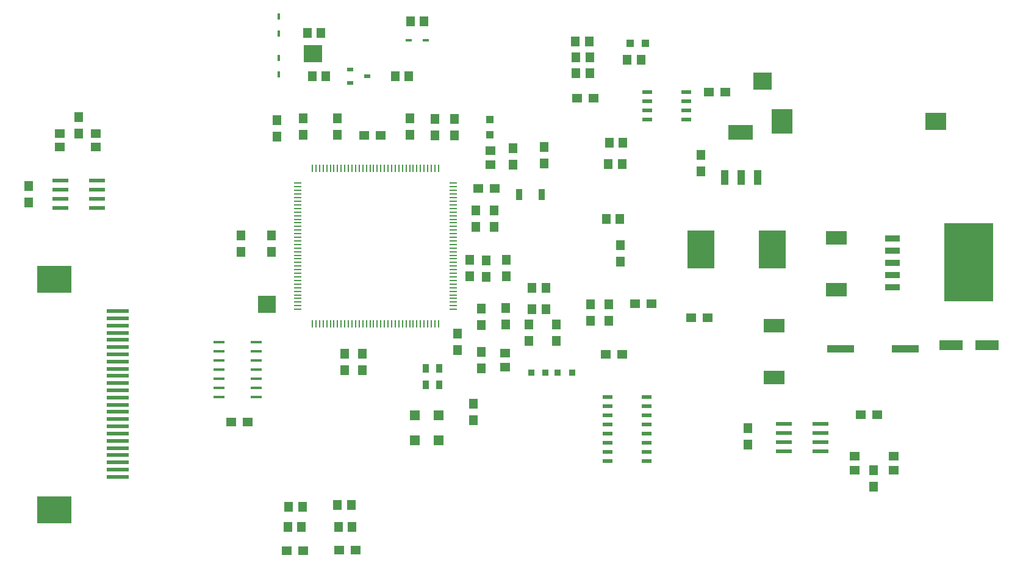
<source format=gbr>
G04 EasyPC Gerber Version 21.0.3 Build 4286 *
%FSLAX35Y35*%
%MOIN*%
%ADD24R,0.00581X0.04124*%
%ADD73R,0.01369X0.03632*%
%ADD78R,0.01900X0.04400*%
%ADD26R,0.03534X0.04518*%
%ADD27R,0.03731X0.06487*%
%ADD13R,0.04100X0.08100*%
%ADD22R,0.04518X0.05306*%
%ADD12R,0.04900X0.05400*%
%ADD80R,0.11211X0.13573*%
%ADD17R,0.14754X0.20660*%
%ADD16R,0.26959X0.42707*%
%ADD28R,0.03337X0.03337*%
%ADD21R,0.04124X0.04124*%
%ADD20R,0.05700X0.05700*%
%ADD79C,0.00100*%
%ADD25R,0.04124X0.00581*%
%ADD72R,0.03632X0.01369*%
%ADD75R,0.06100X0.01500*%
%ADD77R,0.05404X0.01959*%
%ADD74R,0.03337X0.02156*%
%ADD76R,0.05404X0.02156*%
%ADD10R,0.12392X0.02353*%
%ADD29R,0.08900X0.02400*%
%ADD15R,0.07904X0.03613*%
%ADD19R,0.15148X0.04321*%
%ADD23R,0.05306X0.04518*%
%ADD70R,0.05400X0.04900*%
%ADD71R,0.12786X0.05699*%
%ADD18R,0.11408X0.07274*%
%ADD14R,0.13600X0.08100*%
%ADD81R,0.11211X0.09636*%
%ADD11R,0.19085X0.14557*%
X0Y0D02*
D02*
D10*
X61033Y93596D03*
Y97533D03*
Y101470D03*
Y105407D03*
Y109344D03*
Y113281D03*
Y117219D03*
Y121156D03*
Y125093D03*
Y129030D03*
Y132967D03*
Y136904D03*
Y140841D03*
Y144778D03*
Y148715D03*
Y152652D03*
Y156589D03*
Y160526D03*
Y164463D03*
Y168400D03*
Y172337D03*
Y176274D03*
Y180211D03*
Y184148D03*
D02*
D11*
X26387Y75486D03*
Y201470D03*
D02*
D12*
X12608Y243427D03*
Y252427D03*
X39773Y281222D03*
Y290222D03*
X128356Y216656D03*
Y225656D03*
X145285Y216656D03*
Y225656D03*
X148041Y279648D03*
Y288648D03*
X162608Y280435D03*
Y289435D03*
X181112Y280435D03*
Y289435D03*
X185049Y151695D03*
Y160695D03*
X194891Y151695D03*
Y160695D03*
X220876Y280435D03*
Y289435D03*
X234498Y280041D03*
Y289041D03*
X245285Y280041D03*
Y289041D03*
X246860Y162719D03*
Y171719D03*
X253553Y203270D03*
Y212270D03*
X255521Y124530D03*
Y133530D03*
X256702Y230041D03*
Y239041D03*
X259852Y152876D03*
Y161876D03*
Y176498D03*
Y185498D03*
X262608Y202876D03*
Y211876D03*
X266939Y230041D03*
Y239041D03*
X273238Y176892D03*
Y185892D03*
X273631Y203270D03*
Y212270D03*
X277332Y264313D03*
Y273313D03*
X285836Y167837D03*
Y176837D03*
X294104Y264687D03*
Y273687D03*
X300836Y167837D03*
Y176837D03*
X319616Y178860D03*
Y187860D03*
X329537Y178860D03*
Y187860D03*
X335836Y211144D03*
Y220144D03*
X379931Y260356D03*
Y269356D03*
X405521Y111144D03*
Y120144D03*
X474025Y88309D03*
Y97309D03*
D02*
D13*
X392684Y257181D03*
X401684D03*
X410684D03*
D02*
D14*
X401584Y281981D03*
D02*
D15*
X484655Y197140D03*
Y203833D03*
Y210526D03*
Y217219D03*
Y223911D03*
D02*
D16*
X526250Y210978D03*
D02*
D17*
X379734Y218006D03*
X418710D03*
D02*
D18*
X419694Y147927D03*
Y176274D03*
X453946Y195959D03*
Y224305D03*
D02*
D19*
X456309Y163675D03*
X491348D03*
D02*
D70*
X123069Y123518D03*
X132069D03*
X153383Y53045D03*
X162383D03*
X182124Y53439D03*
X191124D03*
X195903Y280211D03*
X204903D03*
X258108Y251077D03*
X267108D03*
X312045Y300683D03*
X321045D03*
X327793Y160526D03*
X336793D03*
X343817Y188085D03*
X352817D03*
X374643Y180604D03*
X383643D03*
X384092Y303833D03*
X393092D03*
X467163Y127455D03*
X476163D03*
D02*
D71*
X516545Y165644D03*
X536230D03*
D02*
D20*
X223631Y113668D03*
Y127068D03*
X236624Y113668D03*
Y127068D03*
D02*
D21*
X264458Y280427D03*
Y288695D03*
X341151Y330604D03*
X349419D03*
D02*
D22*
X154143Y66037D03*
X154537Y77061D03*
X161624Y66037D03*
X162017Y77061D03*
X164773Y336116D03*
X167529Y312494D03*
X172254Y336116D03*
X175009Y312494D03*
X181309Y78242D03*
X181702Y66037D03*
X188789Y78242D03*
X189183Y66037D03*
X212805Y312494D03*
X220285D03*
X221072Y342415D03*
X228553D03*
X287608Y185329D03*
Y196746D03*
X295088Y185329D03*
Y196746D03*
X311230Y331392D03*
X311624Y314069D03*
Y322730D03*
X318710Y331392D03*
X319104Y314069D03*
Y322730D03*
X328159Y234541D03*
X329340Y264463D03*
X329734Y276274D03*
X335639Y234541D03*
X336820Y264463D03*
X337214Y276274D03*
X339576Y321549D03*
X347057D03*
D02*
D23*
X29537Y273715D03*
Y281195D03*
X49222Y273715D03*
Y281195D03*
X264970Y264266D03*
Y271746D03*
X272923Y153636D03*
Y161116D03*
X463789Y97337D03*
Y104817D03*
X485049Y97337D03*
Y104817D03*
D02*
D24*
X167529Y177061D03*
Y262100D03*
X169498Y177061D03*
Y262100D03*
X171466Y177061D03*
Y262100D03*
X173435Y177061D03*
Y262100D03*
X175403Y177061D03*
Y262100D03*
X177372Y177061D03*
Y262100D03*
X179340Y177061D03*
Y262100D03*
X181309Y177061D03*
Y262100D03*
X183277Y177061D03*
Y262100D03*
X185246Y177061D03*
Y262100D03*
X187214Y177061D03*
Y262100D03*
X189183Y177061D03*
Y262100D03*
X191151Y177061D03*
Y262100D03*
X193120Y177061D03*
Y262100D03*
X195088Y177061D03*
Y262100D03*
X197057Y177061D03*
Y262100D03*
X199025Y177061D03*
Y262100D03*
X200994Y177061D03*
Y262100D03*
X202962Y177061D03*
Y262100D03*
X204931Y177061D03*
Y262100D03*
X206899Y177061D03*
Y262100D03*
X208868Y177061D03*
Y262100D03*
X210836Y177061D03*
Y262100D03*
X212805Y177061D03*
Y262100D03*
X214773Y177061D03*
Y262100D03*
X216742Y177061D03*
Y262100D03*
X218710Y177061D03*
Y262100D03*
X220679Y177061D03*
Y262100D03*
X222647Y177061D03*
Y262100D03*
X224616Y177061D03*
Y262100D03*
X226584Y177061D03*
Y262100D03*
X228553Y177061D03*
Y262100D03*
X230521Y177061D03*
Y262100D03*
X232490Y177061D03*
Y262100D03*
X234458Y177061D03*
Y262100D03*
X236427Y177061D03*
Y262100D03*
D02*
D25*
X159458Y185132D03*
Y187100D03*
Y189069D03*
Y191037D03*
Y193006D03*
Y194974D03*
Y196943D03*
Y198911D03*
Y200880D03*
Y202848D03*
Y204817D03*
Y206785D03*
Y208754D03*
Y210722D03*
Y212691D03*
Y214659D03*
Y216628D03*
Y218596D03*
Y220565D03*
Y222533D03*
Y224502D03*
Y226470D03*
Y228439D03*
Y230407D03*
Y232376D03*
Y234344D03*
Y236313D03*
Y238281D03*
Y240250D03*
Y242219D03*
Y244187D03*
Y246156D03*
Y248124D03*
Y250093D03*
Y252061D03*
Y254030D03*
X244498Y185132D03*
Y187100D03*
Y189069D03*
Y191037D03*
Y193006D03*
Y194974D03*
Y196943D03*
Y198911D03*
Y200880D03*
Y202848D03*
Y204817D03*
Y206785D03*
Y208754D03*
Y210722D03*
Y212691D03*
Y214659D03*
Y216628D03*
Y218596D03*
Y220565D03*
Y222533D03*
Y224502D03*
Y226470D03*
Y228439D03*
Y230407D03*
Y232376D03*
Y234344D03*
Y236313D03*
Y238281D03*
Y240250D03*
Y242219D03*
Y244187D03*
Y246156D03*
Y248124D03*
Y250093D03*
Y252061D03*
Y254030D03*
D02*
D26*
X229439Y143793D03*
Y152848D03*
X236722Y143793D03*
Y152848D03*
D02*
D27*
X280521Y247927D03*
X292726D03*
D02*
D28*
X287017Y150683D03*
X294891D03*
X301584D03*
X309458D03*
D02*
D29*
X29773Y240427D03*
Y245427D03*
Y250427D03*
Y255427D03*
X49773Y240427D03*
Y245427D03*
Y250427D03*
Y255427D03*
X425049Y107356D03*
Y112356D03*
Y117356D03*
Y122356D03*
X445049Y107356D03*
Y112356D03*
Y117356D03*
Y122356D03*
D02*
D72*
X220238Y332179D03*
X229387D03*
D02*
D73*
X149222Y313431D03*
Y322581D03*
X149281Y335872D03*
Y345022D03*
D02*
D74*
X188198Y308754D03*
Y316234D03*
X197647Y312494D03*
D02*
D75*
X116581Y137258D03*
Y142258D03*
Y147258D03*
Y152258D03*
Y157258D03*
Y162258D03*
Y167258D03*
X136981Y137258D03*
Y142258D03*
Y147258D03*
Y152258D03*
Y157258D03*
Y162258D03*
Y167258D03*
D02*
D76*
X328702Y102081D03*
Y107081D03*
Y112081D03*
Y117081D03*
Y122081D03*
Y127081D03*
Y132081D03*
Y137081D03*
X350057Y102081D03*
Y107081D03*
Y112081D03*
Y117081D03*
Y122081D03*
Y127081D03*
Y132081D03*
Y137081D03*
D02*
D77*
X350356Y288852D03*
Y293852D03*
Y298852D03*
Y303852D03*
X371710Y288852D03*
Y293852D03*
Y298852D03*
Y303852D03*
D02*
D78*
X140757Y188085D03*
X144301D03*
X165954Y325093D03*
X169498D03*
X411624Y310132D03*
X415167D03*
D02*
D79*
X137729Y183585D02*
X147329D01*
Y192585*
X137729*
Y183585*
G36*
X147329*
Y192585*
X137729*
Y183585*
G37*
X162926Y320593D02*
X172526D01*
Y329593*
X162926*
Y320593*
G36*
X172526*
Y329593*
X162926*
Y320593*
G37*
X408595Y305632D02*
X418195D01*
Y314632*
X408595*
Y305632*
G36*
X418195*
Y314632*
X408595*
Y305632*
G37*
D02*
D80*
X424025Y287691D03*
D02*
D81*
X508277D03*
X0Y0D02*
M02*

</source>
